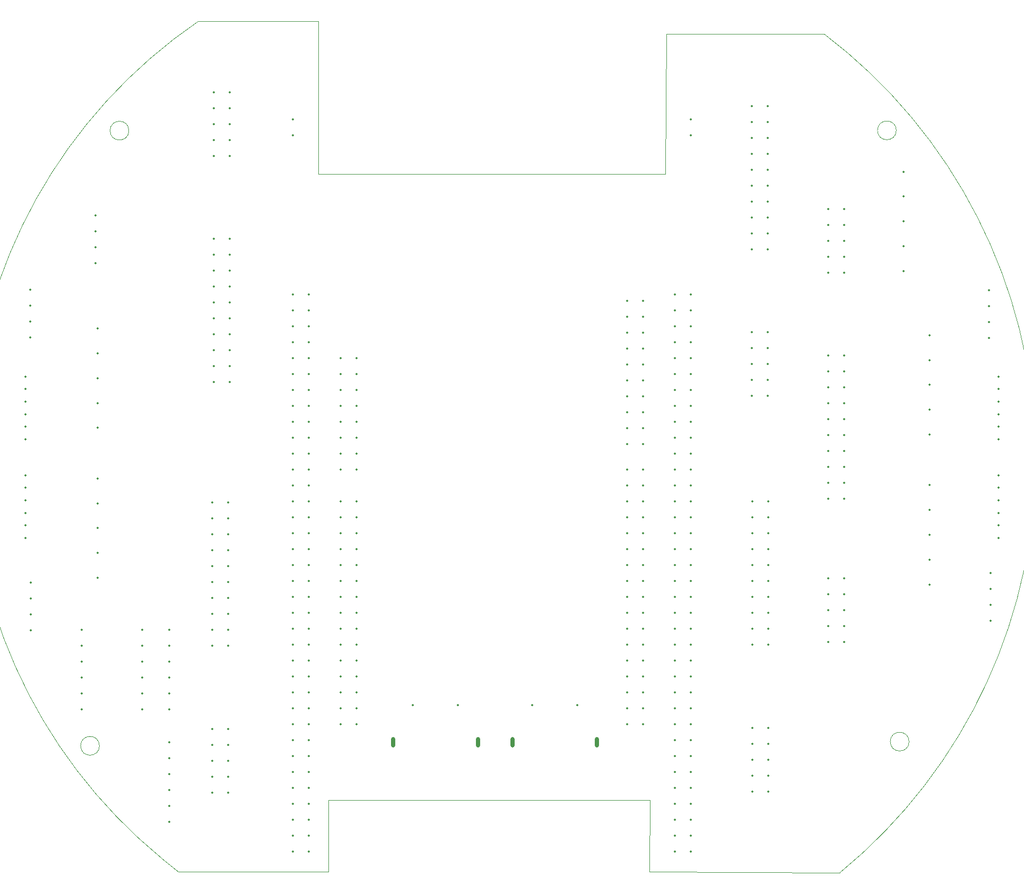
<source format=gbr>
%TF.GenerationSoftware,KiCad,Pcbnew,8.0.6*%
%TF.CreationDate,2024-11-13T01:29:07+01:00*%
%TF.ProjectId,Mainboard,4d61696e-626f-4617-9264-2e6b69636164,rev?*%
%TF.SameCoordinates,Original*%
%TF.FileFunction,Profile,NP*%
%FSLAX46Y46*%
G04 Gerber Fmt 4.6, Leading zero omitted, Abs format (unit mm)*
G04 Created by KiCad (PCBNEW 8.0.6) date 2024-11-13 01:29:07*
%MOMM*%
%LPD*%
G01*
G04 APERTURE LIST*
%TA.AperFunction,Profile*%
%ADD10C,0.050000*%
%TD*%
%ADD11C,0.350000*%
%ADD12O,0.600000X1.700000*%
G04 APERTURE END LIST*
D10*
X212750000Y-60550000D02*
X237910000Y-60550000D01*
X157260000Y-58540000D02*
X157230000Y-82890000D01*
X132241578Y-192126659D02*
G75*
G02*
X138110000Y-58540001I52938422J64596659D01*
G01*
X158840000Y-182870000D02*
X210160000Y-182870000D01*
X251500000Y-173500000D02*
G75*
G02*
X248500000Y-173500000I-1500000J0D01*
G01*
X248500000Y-173500000D02*
G75*
G02*
X251500000Y-173500000I1500000J0D01*
G01*
X157230000Y-82890000D02*
X212620000Y-82890000D01*
X210100000Y-194260000D02*
X240491643Y-194396228D01*
X150790000Y-58540000D02*
X157260000Y-58540000D01*
X158840000Y-192440000D02*
X158840000Y-182870000D01*
X237910000Y-60550000D02*
G75*
G02*
X240491643Y-194396228I-51430000J-67940000D01*
G01*
X249460000Y-75960000D02*
G75*
G02*
X246460000Y-75960000I-1500000J0D01*
G01*
X246460000Y-75960000D02*
G75*
G02*
X249460000Y-75960000I1500000J0D01*
G01*
X122300000Y-174170000D02*
G75*
G02*
X119300000Y-174170000I-1500000J0D01*
G01*
X119300000Y-174170000D02*
G75*
G02*
X122300000Y-174170000I1500000J0D01*
G01*
X210160000Y-182870000D02*
X210100000Y-194260000D01*
X158840000Y-192440000D02*
X158840000Y-194250000D01*
X127000000Y-76000000D02*
G75*
G02*
X124000000Y-76000000I-1500000J0D01*
G01*
X124000000Y-76000000D02*
G75*
G02*
X127000000Y-76000000I1500000J0D01*
G01*
X158840000Y-194250000D02*
X134920000Y-194240000D01*
X212620000Y-82890000D02*
X212750000Y-60550000D01*
X132241578Y-192126659D02*
X134920000Y-194240000D01*
X138110000Y-58540000D02*
X150790000Y-58540000D01*
D11*
X140575000Y-116125000D03*
X143115000Y-116125000D03*
X140575000Y-113585000D03*
X143115000Y-113585000D03*
X140575000Y-111045000D03*
X143115000Y-111045000D03*
X140575000Y-108505000D03*
X143115000Y-108505000D03*
X140575000Y-105965000D03*
X143115000Y-105965000D03*
X140575000Y-103425000D03*
X143115000Y-103425000D03*
X140575000Y-100885000D03*
X143115000Y-100885000D03*
X140575000Y-98345000D03*
X143115000Y-98345000D03*
X140575000Y-95805000D03*
X143115000Y-95805000D03*
X140575000Y-93265000D03*
X143115000Y-93265000D03*
X140575000Y-80025000D03*
X143115000Y-80025000D03*
X140575000Y-77485000D03*
X143115000Y-77485000D03*
X140575000Y-74945000D03*
X143115000Y-74945000D03*
X140575000Y-72405000D03*
X143115000Y-72405000D03*
X140575000Y-69865000D03*
X143115000Y-69865000D03*
X142880000Y-135350000D03*
X140340000Y-135350000D03*
X142880000Y-137890000D03*
X140340000Y-137890000D03*
X142880000Y-140430000D03*
X140340000Y-140430000D03*
X142880000Y-142970000D03*
X140340000Y-142970000D03*
X142880000Y-145510000D03*
X140340000Y-145510000D03*
X142880000Y-148050000D03*
X140340000Y-148050000D03*
X142880000Y-150590000D03*
X140340000Y-150590000D03*
X142880000Y-153130000D03*
X140340000Y-153130000D03*
X142880000Y-155670000D03*
X140340000Y-155670000D03*
X142880000Y-158210000D03*
X140340000Y-158210000D03*
X142880000Y-171450000D03*
X140340000Y-171450000D03*
X142880000Y-173990000D03*
X140340000Y-173990000D03*
X142880000Y-176530000D03*
X140340000Y-176530000D03*
X142880000Y-179070000D03*
X140340000Y-179070000D03*
X142880000Y-181610000D03*
X140340000Y-181610000D03*
X229000000Y-135190000D03*
X226460000Y-135190000D03*
X229000000Y-137730000D03*
X226460000Y-137730000D03*
X229000000Y-140270000D03*
X226460000Y-140270000D03*
X229000000Y-142810000D03*
X226460000Y-142810000D03*
X229000000Y-145350000D03*
X226460000Y-145350000D03*
X229000000Y-147890000D03*
X226460000Y-147890000D03*
X229000000Y-150430000D03*
X226460000Y-150430000D03*
X229000000Y-152970000D03*
X226460000Y-152970000D03*
X229000000Y-155510000D03*
X226460000Y-155510000D03*
X229000000Y-158050000D03*
X226460000Y-158050000D03*
X229000000Y-171290000D03*
X226460000Y-171290000D03*
X229000000Y-173830000D03*
X226460000Y-173830000D03*
X229000000Y-176370000D03*
X226460000Y-176370000D03*
X229000000Y-178910000D03*
X226460000Y-178910000D03*
X229000000Y-181450000D03*
X226460000Y-181450000D03*
X228970000Y-72050000D03*
X226430000Y-72050000D03*
X228970000Y-74590000D03*
X226430000Y-74590000D03*
X228970000Y-77130000D03*
X226430000Y-77130000D03*
X228970000Y-79670000D03*
X226430000Y-79670000D03*
X228970000Y-82210000D03*
X226430000Y-82210000D03*
X228970000Y-84750000D03*
X226430000Y-84750000D03*
X228970000Y-87290000D03*
X226430000Y-87290000D03*
X228970000Y-89830000D03*
X226430000Y-89830000D03*
X228970000Y-92370000D03*
X226430000Y-92370000D03*
X228970000Y-94910000D03*
X226430000Y-94910000D03*
X228970000Y-108150000D03*
X226430000Y-108150000D03*
X228970000Y-110690000D03*
X226430000Y-110690000D03*
X228970000Y-113230000D03*
X226430000Y-113230000D03*
X228970000Y-115770000D03*
X226430000Y-115770000D03*
X228970000Y-118310000D03*
X226430000Y-118310000D03*
X238630000Y-134780000D03*
X241170000Y-134780000D03*
X238630000Y-132240000D03*
X241170000Y-132240000D03*
X238630000Y-129700000D03*
X241170000Y-129700000D03*
X238630000Y-127160000D03*
X241170000Y-127160000D03*
X238630000Y-124620000D03*
X241170000Y-124620000D03*
X238630000Y-122080000D03*
X241170000Y-122080000D03*
X238630000Y-119540000D03*
X241170000Y-119540000D03*
X238630000Y-117000000D03*
X241170000Y-117000000D03*
X238630000Y-114460000D03*
X241170000Y-114460000D03*
X238630000Y-111920000D03*
X241170000Y-111920000D03*
X238630000Y-98680000D03*
X241170000Y-98680000D03*
X238630000Y-96140000D03*
X241170000Y-96140000D03*
X238630000Y-93600000D03*
X241170000Y-93600000D03*
X238630000Y-91060000D03*
X241170000Y-91060000D03*
X238630000Y-88520000D03*
X241170000Y-88520000D03*
X238600000Y-147468000D03*
X241140000Y-147468000D03*
X238600000Y-150008000D03*
X241140000Y-150008000D03*
X238600000Y-152548000D03*
X241140000Y-152548000D03*
X238600000Y-155088000D03*
X241140000Y-155088000D03*
X238600000Y-157628000D03*
X241140000Y-157628000D03*
X250650000Y-98390000D03*
X250650000Y-94430000D03*
X250650000Y-90470000D03*
X250650000Y-86510000D03*
X250650000Y-82550000D03*
X133460000Y-173627500D03*
X133460000Y-176167500D03*
X133460000Y-178707500D03*
X133460000Y-181247500D03*
X133460000Y-183787500D03*
X133460000Y-186327500D03*
X133460000Y-155640000D03*
X133460000Y-158180000D03*
X133460000Y-160720000D03*
X133460000Y-163260000D03*
X133460000Y-165800000D03*
X133460000Y-168340000D03*
X119500000Y-155650000D03*
X119500000Y-158190000D03*
X119500000Y-160730000D03*
X119500000Y-163270000D03*
X119500000Y-165810000D03*
X119500000Y-168350000D03*
X121670000Y-89530000D03*
X121670000Y-92070000D03*
X121670000Y-94610000D03*
X121670000Y-97150000D03*
X129166700Y-155668000D03*
X129166700Y-158208000D03*
X129166700Y-160748000D03*
X129166700Y-163288000D03*
X129166700Y-165828000D03*
X129166700Y-168368000D03*
X153168300Y-74210000D03*
X153168300Y-76750000D03*
X216668300Y-74210000D03*
X216668300Y-76750000D03*
X206508300Y-103166000D03*
X209048300Y-103166000D03*
X206508300Y-105706000D03*
X209048300Y-105706000D03*
X206508300Y-108246000D03*
X209048300Y-108246000D03*
X206508300Y-110786000D03*
X209048300Y-110786000D03*
X206508300Y-113326000D03*
X209048300Y-113326000D03*
X206508300Y-115866000D03*
X209048300Y-115866000D03*
X206508300Y-118406000D03*
X209048300Y-118406000D03*
X206508300Y-120946000D03*
X209048300Y-120946000D03*
X206508300Y-123486000D03*
X209048300Y-123486000D03*
X206508300Y-126026000D03*
X209048300Y-126026000D03*
X160788300Y-112310000D03*
X163328300Y-112310000D03*
X160788300Y-114850000D03*
X163328300Y-114850000D03*
X160788300Y-117390000D03*
X163328300Y-117390000D03*
X160788300Y-119930000D03*
X163328300Y-119930000D03*
X160788300Y-122470000D03*
X163328300Y-122470000D03*
X160788300Y-125010000D03*
X163328300Y-125010000D03*
X160788300Y-127550000D03*
X163328300Y-127550000D03*
X160788300Y-130090000D03*
X163328300Y-130090000D03*
X160788300Y-135170000D03*
X163328300Y-135170000D03*
X160788300Y-137710000D03*
X163328300Y-137710000D03*
X160788300Y-140250000D03*
X163328300Y-140250000D03*
X160788300Y-142790000D03*
X163328300Y-142790000D03*
X160788300Y-145330000D03*
X163328300Y-145330000D03*
X160788300Y-147870000D03*
X163328300Y-147870000D03*
X160788300Y-150410000D03*
X163328300Y-150410000D03*
X160788300Y-152950000D03*
X163328300Y-152950000D03*
X160788300Y-155490000D03*
X163328300Y-155490000D03*
X160788300Y-158030000D03*
X163328300Y-158030000D03*
X160788300Y-160570000D03*
X163328300Y-160570000D03*
X160788300Y-163110000D03*
X163328300Y-163110000D03*
X160788300Y-165650000D03*
X163328300Y-165650000D03*
X160788300Y-168190000D03*
X163328300Y-168190000D03*
X160788300Y-170730000D03*
X163328300Y-170730000D03*
X206508300Y-130090000D03*
X209048300Y-130090000D03*
X206508300Y-132630000D03*
X209048300Y-132630000D03*
X206508300Y-135170000D03*
X209048300Y-135170000D03*
X206508300Y-137710000D03*
X209048300Y-137710000D03*
X206508300Y-140250000D03*
X209048300Y-140250000D03*
X206508300Y-142790000D03*
X209048300Y-142790000D03*
X206508300Y-145330000D03*
X209048300Y-145330000D03*
X206508300Y-147870000D03*
X209048300Y-147870000D03*
X206508300Y-150410000D03*
X209048300Y-150410000D03*
X206508300Y-152950000D03*
X209048300Y-152950000D03*
X206508300Y-155490000D03*
X209048300Y-155490000D03*
X206508300Y-158030000D03*
X209048300Y-158030000D03*
X206508300Y-160570000D03*
X209048300Y-160570000D03*
X206508300Y-163110000D03*
X209048300Y-163110000D03*
X206508300Y-165650000D03*
X209048300Y-165650000D03*
X206508300Y-168190000D03*
X209048300Y-168190000D03*
X206508300Y-170730000D03*
X209048300Y-170730000D03*
X153168300Y-102150000D03*
X155708300Y-102150000D03*
X153168300Y-104690000D03*
X155708300Y-104690000D03*
X153168300Y-107230000D03*
X155708300Y-107230000D03*
X153168300Y-109770000D03*
X155708300Y-109770000D03*
X153168300Y-112310000D03*
X155708300Y-112310000D03*
X153168300Y-114850000D03*
X155708300Y-114850000D03*
X153168300Y-117390000D03*
X155708300Y-117390000D03*
X153168300Y-119930000D03*
X155708300Y-119930000D03*
X153168300Y-122470000D03*
X155708300Y-122470000D03*
X153168300Y-125010000D03*
X155708300Y-125010000D03*
X153168300Y-127550000D03*
X155708300Y-127550000D03*
X153168300Y-130090000D03*
X155708300Y-130090000D03*
X153168300Y-132630000D03*
X155708300Y-132630000D03*
X153168300Y-135170000D03*
X155708300Y-135170000D03*
X153168300Y-137710000D03*
X155708300Y-137710000D03*
X153168300Y-140250000D03*
X155708300Y-140250000D03*
X153168300Y-142790000D03*
X155708300Y-142790000D03*
X153168300Y-145330000D03*
X155708300Y-145330000D03*
X153168300Y-147870000D03*
X155708300Y-147870000D03*
X153168300Y-150410000D03*
X155708300Y-150410000D03*
X153168300Y-152950000D03*
X155708300Y-152950000D03*
X153168300Y-155490000D03*
X155708300Y-155490000D03*
X153168300Y-158030000D03*
X155708300Y-158030000D03*
X153168300Y-160570000D03*
X155708300Y-160570000D03*
X153168300Y-163110000D03*
X155708300Y-163110000D03*
X153168300Y-165650000D03*
X155708300Y-165650000D03*
X153168300Y-168190000D03*
X155708300Y-168190000D03*
X153168300Y-170730000D03*
X155708300Y-170730000D03*
X153168300Y-173270000D03*
X155708300Y-173270000D03*
X153168300Y-175810000D03*
X155708300Y-175810000D03*
X153168300Y-178350000D03*
X155708300Y-178350000D03*
X153168300Y-180890000D03*
X155708300Y-180890000D03*
X153168300Y-183430000D03*
X155708300Y-183430000D03*
X153168300Y-185970000D03*
X155708300Y-185970000D03*
X153168300Y-188510000D03*
X155708300Y-188510000D03*
X214128300Y-102170000D03*
X216668300Y-102170000D03*
X214128300Y-104710000D03*
X216668300Y-104710000D03*
X214128300Y-107250000D03*
X216668300Y-107250000D03*
X214128300Y-109790000D03*
X216668300Y-109790000D03*
X214128300Y-112330000D03*
X216668300Y-112330000D03*
X214128300Y-114870000D03*
X216668300Y-114870000D03*
X214128300Y-117410000D03*
X216668300Y-117410000D03*
X214128300Y-119950000D03*
X216668300Y-119950000D03*
X214128300Y-122490000D03*
X216668300Y-122490000D03*
X214128300Y-125030000D03*
X216668300Y-125030000D03*
X214128300Y-127570000D03*
X216668300Y-127570000D03*
X214128300Y-130110000D03*
X216668300Y-130110000D03*
X214128300Y-132650000D03*
X216668300Y-132650000D03*
X214128300Y-135190000D03*
X216668300Y-135190000D03*
X214128300Y-137730000D03*
X216668300Y-137730000D03*
X214128300Y-140270000D03*
X216668300Y-140270000D03*
X214128300Y-142810000D03*
X216668300Y-142810000D03*
X214128300Y-145350000D03*
X216668300Y-145350000D03*
X214128300Y-147890000D03*
X216668300Y-147890000D03*
X214128300Y-150430000D03*
X216668300Y-150430000D03*
X214128300Y-152970000D03*
X216668300Y-152970000D03*
X214128300Y-155510000D03*
X216668300Y-155510000D03*
X214128300Y-158050000D03*
X216668300Y-158050000D03*
X214128300Y-160590000D03*
X216668300Y-160590000D03*
X214128300Y-163130000D03*
X216668300Y-163130000D03*
X214128300Y-165670000D03*
X216668300Y-165670000D03*
X214128300Y-168210000D03*
X216668300Y-168210000D03*
X214128300Y-170750000D03*
X216668300Y-170750000D03*
X214128300Y-173290000D03*
X216668300Y-173290000D03*
X214128300Y-175830000D03*
X216668300Y-175830000D03*
X214128300Y-178370000D03*
X216668300Y-178370000D03*
X214128300Y-180910000D03*
X216668300Y-180910000D03*
X214128300Y-183450000D03*
X216668300Y-183450000D03*
X214128300Y-185990000D03*
X216668300Y-185990000D03*
X214128300Y-188530000D03*
X216668300Y-188530000D03*
X214128300Y-191070000D03*
X216668300Y-191070000D03*
X153168300Y-191050000D03*
X155708300Y-191050000D03*
X254750000Y-132580000D03*
X254750000Y-136540000D03*
X254750000Y-140500000D03*
X254750000Y-144460000D03*
X254750000Y-148420000D03*
X110500000Y-115250000D03*
X110500000Y-117250000D03*
X110500000Y-119250000D03*
X110500000Y-121250000D03*
X110500000Y-123250000D03*
X110500000Y-125250000D03*
D12*
X188190000Y-173640000D03*
X201690000Y-173640000D03*
D11*
X191340000Y-167640000D03*
X198540000Y-167640000D03*
X264500000Y-146630000D03*
X264500000Y-149170000D03*
X264500000Y-151710000D03*
X264500000Y-154250000D03*
X122000000Y-147350000D03*
X122000000Y-143390000D03*
X122000000Y-139430000D03*
X122000000Y-135470000D03*
X122000000Y-131510000D03*
D12*
X169180000Y-173640000D03*
X182680000Y-173640000D03*
D11*
X172330000Y-167640000D03*
X179530000Y-167640000D03*
X111300000Y-101420000D03*
X111300000Y-103960000D03*
X111300000Y-106500000D03*
X111300000Y-109040000D03*
X110500000Y-131000000D03*
X110500000Y-133000000D03*
X110500000Y-135000000D03*
X110500000Y-137000000D03*
X110500000Y-139000000D03*
X110500000Y-141000000D03*
X111310000Y-148130000D03*
X111310000Y-150670000D03*
X111310000Y-153210000D03*
X111310000Y-155750000D03*
X265750000Y-141000000D03*
X265750000Y-139000000D03*
X265750000Y-137000000D03*
X265750000Y-135000000D03*
X265750000Y-133000000D03*
X265750000Y-131000000D03*
X254750000Y-108660000D03*
X254750000Y-112620000D03*
X254750000Y-116580000D03*
X254750000Y-120540000D03*
X254750000Y-124500000D03*
X265750000Y-125250000D03*
X265750000Y-123250000D03*
X265750000Y-121250000D03*
X265750000Y-119250000D03*
X265750000Y-117250000D03*
X265750000Y-115250000D03*
X264250000Y-101450000D03*
X264250000Y-103990000D03*
X264250000Y-106530000D03*
X264250000Y-109070000D03*
X122000000Y-123430000D03*
X122000000Y-119470000D03*
X122000000Y-115510000D03*
X122000000Y-111550000D03*
X122000000Y-107590000D03*
M02*

</source>
